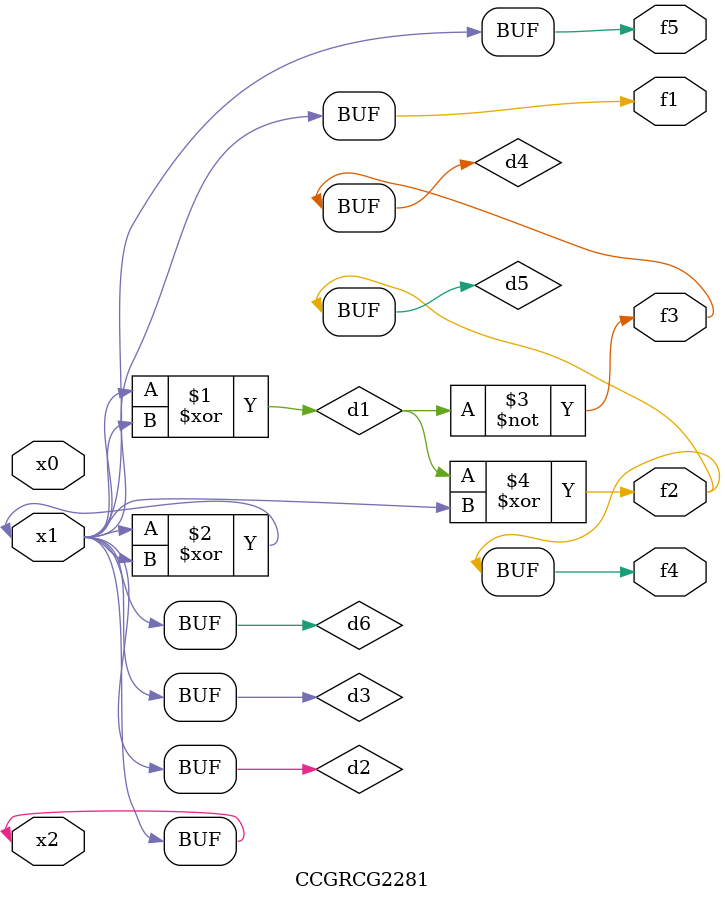
<source format=v>
module CCGRCG2281(
	input x0, x1, x2,
	output f1, f2, f3, f4, f5
);

	wire d1, d2, d3, d4, d5, d6;

	xor (d1, x1, x2);
	buf (d2, x1, x2);
	xor (d3, x1, x2);
	nor (d4, d1);
	xor (d5, d1, d2);
	buf (d6, d2, d3);
	assign f1 = d6;
	assign f2 = d5;
	assign f3 = d4;
	assign f4 = d5;
	assign f5 = d6;
endmodule

</source>
